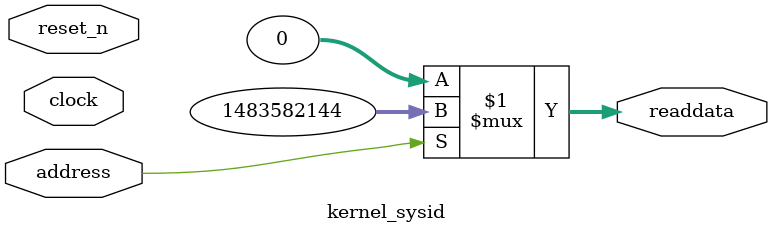
<source format=v>

`timescale 1ns / 1ps
// synthesis translate_on

// turn off superfluous verilog processor warnings 
// altera message_level Level1 
// altera message_off 10034 10035 10036 10037 10230 10240 10030 

module kernel_sysid (
               // inputs:
                address,
                clock,
                reset_n,

               // outputs:
                readdata
             )
;

  output  [ 31: 0] readdata;
  input            address;
  input            clock;
  input            reset_n;

  wire    [ 31: 0] readdata;
  //control_slave, which is an e_avalon_slave
  assign readdata = address ? 1483582144 : 0;

endmodule




</source>
